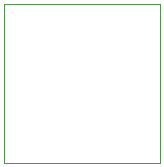
<source format=gbr>
%TF.GenerationSoftware,KiCad,Pcbnew,(5.1.9)-1*%
%TF.CreationDate,2021-09-05T14:49:22+02:00*%
%TF.ProjectId,MQ172,4d513137-322e-46b6-9963-61645f706362,rev?*%
%TF.SameCoordinates,Original*%
%TF.FileFunction,Profile,NP*%
%FSLAX46Y46*%
G04 Gerber Fmt 4.6, Leading zero omitted, Abs format (unit mm)*
G04 Created by KiCad (PCBNEW (5.1.9)-1) date 2021-09-05 14:49:22*
%MOMM*%
%LPD*%
G01*
G04 APERTURE LIST*
%TA.AperFunction,Profile*%
%ADD10C,0.050000*%
%TD*%
G04 APERTURE END LIST*
D10*
X180848000Y-103632000D02*
X180848000Y-117094000D01*
X167640000Y-103632000D02*
X180848000Y-103632000D01*
X167640000Y-117094000D02*
X167640000Y-103632000D01*
X180848000Y-117094000D02*
X167640000Y-117094000D01*
M02*

</source>
